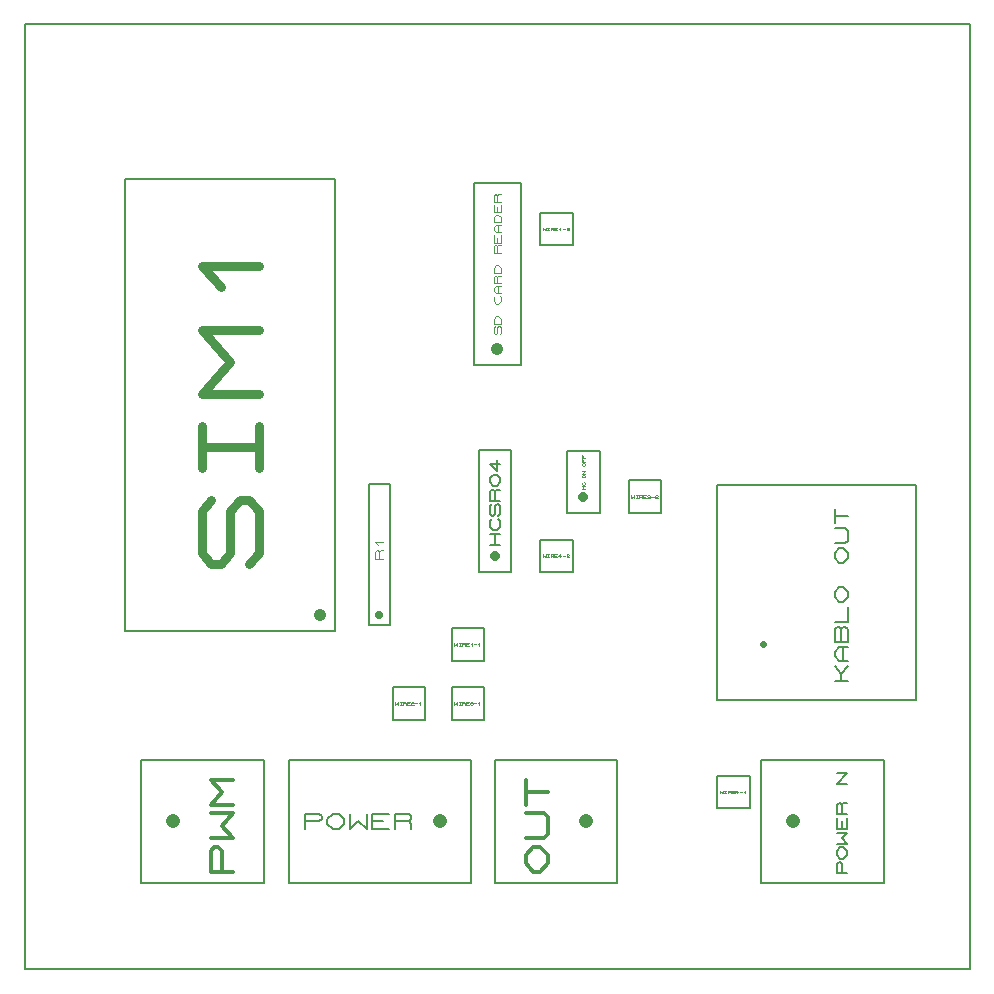
<source format=gbr>
G04 PROTEUS GERBER X2 FILE*
%TF.GenerationSoftware,Labcenter,Proteus,8.10-SP3-Build29560*%
%TF.CreationDate,2022-03-23T18:48:53+00:00*%
%TF.FileFunction,AssemblyDrawing,Top*%
%TF.FilePolarity,Positive*%
%TF.Part,Single*%
%TF.SameCoordinates,{eb7d761e-84b3-45e6-87e7-5047ee7461e7}*%
%FSLAX45Y45*%
%MOMM*%
G01*
%TA.AperFunction,Profile*%
%ADD16C,0.203200*%
%TA.AperFunction,Material*%
%ADD20C,0.203200*%
%ADD28C,1.016000*%
%ADD29C,0.801370*%
%ADD72C,0.095430*%
%ADD73C,0.711200*%
%ADD30C,0.110230*%
%ADD31C,0.812800*%
%ADD32C,0.139700*%
%ADD33C,1.219200*%
%ADD34C,0.139330*%
%ADD35C,0.314280*%
%ADD36C,0.210740*%
%ADD37C,0.036680*%
%ADD38C,0.558800*%
%ADD39C,0.185490*%
%ADD40C,0.036280*%
%TD.AperFunction*%
D16*
X-12750000Y+3250000D02*
X-4750000Y+3250000D01*
X-4750000Y+11250000D01*
X-12750000Y+11250000D01*
X-12750000Y+3250000D01*
D20*
X-11901000Y+6112840D02*
X-10123000Y+6112840D01*
X-10123000Y+9943160D01*
X-11901000Y+9943160D01*
X-11901000Y+6112840D01*
D28*
X-10250000Y+6250000D02*
X-10250000Y+6250000D01*
D29*
X-10851726Y+6679514D02*
X-10771589Y+6769668D01*
X-10771589Y+7130284D01*
X-10851726Y+7220438D01*
X-10931863Y+7220438D01*
X-11012000Y+7130284D01*
X-11012000Y+6769668D01*
X-11092137Y+6679514D01*
X-11172274Y+6679514D01*
X-11252411Y+6769668D01*
X-11252411Y+7130284D01*
X-11172274Y+7220438D01*
X-11252411Y+7490901D02*
X-11252411Y+7851517D01*
X-11252411Y+7671209D02*
X-10771589Y+7671209D01*
X-10771589Y+7490901D02*
X-10771589Y+7851517D01*
X-10771589Y+8121980D02*
X-11252411Y+8121980D01*
X-11012000Y+8392442D01*
X-11252411Y+8662904D01*
X-10771589Y+8662904D01*
X-11092137Y+9023521D02*
X-11252411Y+9203829D01*
X-10771589Y+9203829D01*
D20*
X-8950660Y+8362840D02*
X-8549340Y+8362840D01*
X-8549340Y+9907160D01*
X-8950660Y+9907160D01*
X-8950660Y+8362840D01*
D28*
X-8750000Y+8500000D02*
X-8750000Y+8500000D01*
D72*
X-8730914Y+8627771D02*
X-8721371Y+8638506D01*
X-8721371Y+8681450D01*
X-8730914Y+8692186D01*
X-8740457Y+8692186D01*
X-8750000Y+8681450D01*
X-8750000Y+8638506D01*
X-8759543Y+8627771D01*
X-8769086Y+8627771D01*
X-8778629Y+8638506D01*
X-8778629Y+8681450D01*
X-8769086Y+8692186D01*
X-8721371Y+8713658D02*
X-8778629Y+8713658D01*
X-8778629Y+8756601D01*
X-8759543Y+8778073D01*
X-8740457Y+8778073D01*
X-8721371Y+8756601D01*
X-8721371Y+8713658D01*
X-8730914Y+8949847D02*
X-8721371Y+8939111D01*
X-8721371Y+8906903D01*
X-8740457Y+8885432D01*
X-8759543Y+8885432D01*
X-8778629Y+8906903D01*
X-8778629Y+8939111D01*
X-8769086Y+8949847D01*
X-8721371Y+8971319D02*
X-8759543Y+8971319D01*
X-8778629Y+8992790D01*
X-8778629Y+9014262D01*
X-8759543Y+9035734D01*
X-8721371Y+9035734D01*
X-8740457Y+8971319D02*
X-8740457Y+9035734D01*
X-8721371Y+9057206D02*
X-8778629Y+9057206D01*
X-8778629Y+9110885D01*
X-8769086Y+9121621D01*
X-8759543Y+9121621D01*
X-8750000Y+9110885D01*
X-8750000Y+9057206D01*
X-8750000Y+9110885D02*
X-8740457Y+9121621D01*
X-8721371Y+9121621D01*
X-8721371Y+9143093D02*
X-8778629Y+9143093D01*
X-8778629Y+9186036D01*
X-8759543Y+9207508D01*
X-8740457Y+9207508D01*
X-8721371Y+9186036D01*
X-8721371Y+9143093D01*
X-8721371Y+9314867D02*
X-8778629Y+9314867D01*
X-8778629Y+9368546D01*
X-8769086Y+9379282D01*
X-8759543Y+9379282D01*
X-8750000Y+9368546D01*
X-8750000Y+9314867D01*
X-8750000Y+9368546D02*
X-8740457Y+9379282D01*
X-8721371Y+9379282D01*
X-8721371Y+9465169D02*
X-8721371Y+9400754D01*
X-8778629Y+9400754D01*
X-8778629Y+9465169D01*
X-8750000Y+9400754D02*
X-8750000Y+9443697D01*
X-8721371Y+9486641D02*
X-8759543Y+9486641D01*
X-8778629Y+9508112D01*
X-8778629Y+9529584D01*
X-8759543Y+9551056D01*
X-8721371Y+9551056D01*
X-8740457Y+9486641D02*
X-8740457Y+9551056D01*
X-8721371Y+9572528D02*
X-8778629Y+9572528D01*
X-8778629Y+9615471D01*
X-8759543Y+9636943D01*
X-8740457Y+9636943D01*
X-8721371Y+9615471D01*
X-8721371Y+9572528D01*
X-8721371Y+9722830D02*
X-8721371Y+9658415D01*
X-8778629Y+9658415D01*
X-8778629Y+9722830D01*
X-8750000Y+9658415D02*
X-8750000Y+9701358D01*
X-8721371Y+9744302D02*
X-8778629Y+9744302D01*
X-8778629Y+9797981D01*
X-8769086Y+9808717D01*
X-8759543Y+9808717D01*
X-8750000Y+9797981D01*
X-8750000Y+9744302D01*
X-8750000Y+9797981D02*
X-8740457Y+9808717D01*
X-8721371Y+9808717D01*
D20*
X-9838900Y+6161100D02*
X-9661100Y+6161100D01*
X-9661100Y+7354900D01*
X-9838900Y+7354900D01*
X-9838900Y+6161100D01*
D73*
X-9750000Y+6250000D02*
X-9750000Y+6250000D01*
D30*
X-9716929Y+6721018D02*
X-9783070Y+6721018D01*
X-9783070Y+6783025D01*
X-9772047Y+6795427D01*
X-9761023Y+6795427D01*
X-9750000Y+6783025D01*
X-9750000Y+6721018D01*
X-9750000Y+6783025D02*
X-9738976Y+6795427D01*
X-9716929Y+6795427D01*
X-9761023Y+6845033D02*
X-9783070Y+6869836D01*
X-9716929Y+6869836D01*
D20*
X-8908160Y+6608840D02*
X-8633840Y+6608840D01*
X-8633840Y+7645160D01*
X-8908160Y+7645160D01*
X-8908160Y+6608840D01*
D31*
X-8771000Y+6746000D02*
X-8771000Y+6746000D01*
D32*
X-8729090Y+6838710D02*
X-8812910Y+6838710D01*
X-8812910Y+6933007D02*
X-8729090Y+6933007D01*
X-8771000Y+6838710D02*
X-8771000Y+6933007D01*
X-8743060Y+7058737D02*
X-8729090Y+7043021D01*
X-8729090Y+6995872D01*
X-8757030Y+6964440D01*
X-8784970Y+6964440D01*
X-8812910Y+6995872D01*
X-8812910Y+7043021D01*
X-8798940Y+7058737D01*
X-8743060Y+7090170D02*
X-8729090Y+7105886D01*
X-8729090Y+7168751D01*
X-8743060Y+7184467D01*
X-8757030Y+7184467D01*
X-8771000Y+7168751D01*
X-8771000Y+7105886D01*
X-8784970Y+7090170D01*
X-8798940Y+7090170D01*
X-8812910Y+7105886D01*
X-8812910Y+7168751D01*
X-8798940Y+7184467D01*
X-8729090Y+7215900D02*
X-8812910Y+7215900D01*
X-8812910Y+7294481D01*
X-8798940Y+7310197D01*
X-8784970Y+7310197D01*
X-8771000Y+7294481D01*
X-8771000Y+7215900D01*
X-8771000Y+7294481D02*
X-8757030Y+7310197D01*
X-8729090Y+7310197D01*
X-8784970Y+7341630D02*
X-8812910Y+7373062D01*
X-8812910Y+7404495D01*
X-8784970Y+7435927D01*
X-8757030Y+7435927D01*
X-8729090Y+7404495D01*
X-8729090Y+7373062D01*
X-8757030Y+7341630D01*
X-8784970Y+7341630D01*
X-8757030Y+7561657D02*
X-8757030Y+7467360D01*
X-8812910Y+7530225D01*
X-8729090Y+7530225D01*
D20*
X-6514160Y+3981840D02*
X-5477840Y+3981840D01*
X-5477840Y+5018160D01*
X-6514160Y+5018160D01*
X-6514160Y+3981840D01*
D33*
X-6250000Y+4500000D02*
X-6250000Y+4500000D01*
D34*
X-5791639Y+4061090D02*
X-5875241Y+4061090D01*
X-5875241Y+4139466D01*
X-5861307Y+4155142D01*
X-5847374Y+4155142D01*
X-5833440Y+4139466D01*
X-5833440Y+4061090D01*
X-5847374Y+4186493D02*
X-5875241Y+4217843D01*
X-5875241Y+4249194D01*
X-5847374Y+4280545D01*
X-5819506Y+4280545D01*
X-5791639Y+4249194D01*
X-5791639Y+4217843D01*
X-5819506Y+4186493D01*
X-5847374Y+4186493D01*
X-5875241Y+4311896D02*
X-5791639Y+4311896D01*
X-5833440Y+4358922D01*
X-5791639Y+4405948D01*
X-5875241Y+4405948D01*
X-5791639Y+4531351D02*
X-5791639Y+4437299D01*
X-5875241Y+4437299D01*
X-5875241Y+4531351D01*
X-5833440Y+4437299D02*
X-5833440Y+4500000D01*
X-5791639Y+4562702D02*
X-5875241Y+4562702D01*
X-5875241Y+4641078D01*
X-5861307Y+4656754D01*
X-5847374Y+4656754D01*
X-5833440Y+4641078D01*
X-5833440Y+4562702D01*
X-5833440Y+4641078D02*
X-5819506Y+4656754D01*
X-5791639Y+4656754D01*
X-5791639Y+4813508D02*
X-5875241Y+4813508D01*
X-5791639Y+4907560D01*
X-5875241Y+4907560D01*
D20*
X-11764160Y+3981840D02*
X-10727840Y+3981840D01*
X-10727840Y+5018160D01*
X-11764160Y+5018160D01*
X-11764160Y+3981840D01*
D33*
X-11500000Y+4500000D02*
X-11500000Y+4500000D01*
D35*
X-10989155Y+4075721D02*
X-11177724Y+4075721D01*
X-11177724Y+4252504D01*
X-11146296Y+4287860D01*
X-11114868Y+4287860D01*
X-11083440Y+4252504D01*
X-11083440Y+4075721D01*
X-11177724Y+4358574D02*
X-10989155Y+4358574D01*
X-11083440Y+4464643D01*
X-10989155Y+4570713D01*
X-11177724Y+4570713D01*
X-10989155Y+4641427D02*
X-11177724Y+4641427D01*
X-11083440Y+4747496D01*
X-11177724Y+4853566D01*
X-10989155Y+4853566D01*
D20*
X-8772160Y+3981840D02*
X-7735840Y+3981840D01*
X-7735840Y+5018160D01*
X-8772160Y+5018160D01*
X-8772160Y+3981840D01*
D33*
X-8000000Y+4500000D02*
X-8000000Y+4500000D01*
D35*
X-8447988Y+4075721D02*
X-8510844Y+4146434D01*
X-8510844Y+4217147D01*
X-8447988Y+4287860D01*
X-8385131Y+4287860D01*
X-8322275Y+4217147D01*
X-8322275Y+4146434D01*
X-8385131Y+4075721D01*
X-8447988Y+4075721D01*
X-8510844Y+4358574D02*
X-8353703Y+4358574D01*
X-8322275Y+4393930D01*
X-8322275Y+4535357D01*
X-8353703Y+4570713D01*
X-8510844Y+4570713D01*
X-8510844Y+4641427D02*
X-8510844Y+4853566D01*
X-8510844Y+4747496D02*
X-8322275Y+4747496D01*
D20*
X-10514160Y+3981840D02*
X-8969840Y+3981840D01*
X-8969840Y+5018160D01*
X-10514160Y+5018160D01*
X-10514160Y+3981840D01*
D33*
X-9234000Y+4500000D02*
X-9234000Y+4500000D01*
D36*
X-10378740Y+4436776D02*
X-10378740Y+4563224D01*
X-10260195Y+4563224D01*
X-10236486Y+4542149D01*
X-10236486Y+4521075D01*
X-10260195Y+4500000D01*
X-10378740Y+4500000D01*
X-10189068Y+4521075D02*
X-10141650Y+4563224D01*
X-10094232Y+4563224D01*
X-10046814Y+4521075D01*
X-10046814Y+4478925D01*
X-10094232Y+4436776D01*
X-10141650Y+4436776D01*
X-10189068Y+4478925D01*
X-10189068Y+4521075D01*
X-9999396Y+4563224D02*
X-9999396Y+4436776D01*
X-9928269Y+4500000D01*
X-9857142Y+4436776D01*
X-9857142Y+4563224D01*
X-9667470Y+4436776D02*
X-9809724Y+4436776D01*
X-9809724Y+4563224D01*
X-9667470Y+4563224D01*
X-9809724Y+4500000D02*
X-9714888Y+4500000D01*
X-9620052Y+4436776D02*
X-9620052Y+4563224D01*
X-9501507Y+4563224D01*
X-9477798Y+4542149D01*
X-9477798Y+4521075D01*
X-9501507Y+4500000D01*
X-9620052Y+4500000D01*
X-9501507Y+4500000D02*
X-9477798Y+4478925D01*
X-9477798Y+4436776D01*
D20*
X-8158160Y+7108840D02*
X-7883840Y+7108840D01*
X-7883840Y+7637160D01*
X-8158160Y+7637160D01*
X-8158160Y+7108840D01*
D31*
X-8021000Y+7246000D02*
X-8021000Y+7246000D01*
D37*
X-8009993Y+7313315D02*
X-8032006Y+7313315D01*
X-8032006Y+7338079D02*
X-8009993Y+7338079D01*
X-8021000Y+7313315D02*
X-8021000Y+7338079D01*
X-8013662Y+7371098D02*
X-8009993Y+7366970D01*
X-8009993Y+7354588D01*
X-8017331Y+7346334D01*
X-8024668Y+7346334D01*
X-8032006Y+7354588D01*
X-8032006Y+7366970D01*
X-8028337Y+7371098D01*
X-8024668Y+7412372D02*
X-8032006Y+7420626D01*
X-8032006Y+7428881D01*
X-8024668Y+7437136D01*
X-8017331Y+7437136D01*
X-8009993Y+7428881D01*
X-8009993Y+7420626D01*
X-8017331Y+7412372D01*
X-8024668Y+7412372D01*
X-8009993Y+7445391D02*
X-8032006Y+7445391D01*
X-8009993Y+7470155D01*
X-8032006Y+7470155D01*
X-8024668Y+7511429D02*
X-8032006Y+7519683D01*
X-8032006Y+7527938D01*
X-8024668Y+7536193D01*
X-8017331Y+7536193D01*
X-8009993Y+7527938D01*
X-8009993Y+7519683D01*
X-8017331Y+7511429D01*
X-8024668Y+7511429D01*
X-8009993Y+7544448D02*
X-8032006Y+7544448D01*
X-8032006Y+7569212D01*
X-8021000Y+7544448D02*
X-8021000Y+7560957D01*
X-8009993Y+7577467D02*
X-8032006Y+7577467D01*
X-8032006Y+7602231D01*
X-8021000Y+7577467D02*
X-8021000Y+7593976D01*
D20*
X-6893700Y+5527560D02*
X-5207140Y+5527560D01*
X-5207140Y+7351280D01*
X-6893700Y+7351280D01*
X-6893700Y+5527560D01*
D38*
X-6500000Y+6000000D02*
X-6500000Y+6000000D01*
D39*
X-5895249Y+5688159D02*
X-5783951Y+5688159D01*
X-5895249Y+5813369D02*
X-5839600Y+5750764D01*
X-5783951Y+5813369D01*
X-5839600Y+5688159D02*
X-5839600Y+5750764D01*
X-5783951Y+5855106D02*
X-5858150Y+5855106D01*
X-5895249Y+5896842D01*
X-5895249Y+5938579D01*
X-5858150Y+5980316D01*
X-5783951Y+5980316D01*
X-5821050Y+5855106D02*
X-5821050Y+5980316D01*
X-5783951Y+6022053D02*
X-5895249Y+6022053D01*
X-5895249Y+6126394D01*
X-5876699Y+6147263D01*
X-5858150Y+6147263D01*
X-5839600Y+6126394D01*
X-5821050Y+6147263D01*
X-5802501Y+6147263D01*
X-5783951Y+6126394D01*
X-5783951Y+6022053D01*
X-5839600Y+6022053D02*
X-5839600Y+6126394D01*
X-5895249Y+6189000D02*
X-5783951Y+6189000D01*
X-5783951Y+6314210D01*
X-5858150Y+6355947D02*
X-5895249Y+6397683D01*
X-5895249Y+6439420D01*
X-5858150Y+6481157D01*
X-5821050Y+6481157D01*
X-5783951Y+6439420D01*
X-5783951Y+6397683D01*
X-5821050Y+6355947D01*
X-5858150Y+6355947D01*
X-5858150Y+6689841D02*
X-5895249Y+6731577D01*
X-5895249Y+6773314D01*
X-5858150Y+6815051D01*
X-5821050Y+6815051D01*
X-5783951Y+6773314D01*
X-5783951Y+6731577D01*
X-5821050Y+6689841D01*
X-5858150Y+6689841D01*
X-5895249Y+6856788D02*
X-5802501Y+6856788D01*
X-5783951Y+6877656D01*
X-5783951Y+6961129D01*
X-5802501Y+6981998D01*
X-5895249Y+6981998D01*
X-5895249Y+7023735D02*
X-5895249Y+7148945D01*
X-5895249Y+7086340D02*
X-5783951Y+7086340D01*
D20*
X-9637160Y+5362840D02*
X-9362840Y+5362840D01*
X-9362840Y+5637160D01*
X-9637160Y+5637160D01*
X-9637160Y+5362840D01*
D40*
X-9614296Y+5510886D02*
X-9614296Y+5489115D01*
X-9602050Y+5500000D01*
X-9589804Y+5489115D01*
X-9589804Y+5510886D01*
X-9577558Y+5510886D02*
X-9561230Y+5510886D01*
X-9569394Y+5510886D02*
X-9569394Y+5489115D01*
X-9577558Y+5489115D02*
X-9561230Y+5489115D01*
X-9548984Y+5489115D02*
X-9548984Y+5510886D01*
X-9528574Y+5510886D01*
X-9524492Y+5507257D01*
X-9524492Y+5503629D01*
X-9528574Y+5500000D01*
X-9548984Y+5500000D01*
X-9528574Y+5500000D02*
X-9524492Y+5496372D01*
X-9524492Y+5489115D01*
X-9491836Y+5489115D02*
X-9516328Y+5489115D01*
X-9516328Y+5510886D01*
X-9491836Y+5510886D01*
X-9516328Y+5500000D02*
X-9500000Y+5500000D01*
X-9479590Y+5507257D02*
X-9475508Y+5510886D01*
X-9463262Y+5510886D01*
X-9459180Y+5507257D01*
X-9459180Y+5503629D01*
X-9463262Y+5500000D01*
X-9475508Y+5500000D01*
X-9479590Y+5496372D01*
X-9479590Y+5489115D01*
X-9459180Y+5489115D01*
X-9446934Y+5500000D02*
X-9426524Y+5500000D01*
X-9410196Y+5503629D02*
X-9402032Y+5510886D01*
X-9402032Y+5489115D01*
D20*
X-8387160Y+9378840D02*
X-8112840Y+9378840D01*
X-8112840Y+9653160D01*
X-8387160Y+9653160D01*
X-8387160Y+9378840D01*
D40*
X-8364296Y+9526886D02*
X-8364296Y+9505115D01*
X-8352050Y+9516000D01*
X-8339804Y+9505115D01*
X-8339804Y+9526886D01*
X-8327558Y+9526886D02*
X-8311230Y+9526886D01*
X-8319394Y+9526886D02*
X-8319394Y+9505115D01*
X-8327558Y+9505115D02*
X-8311230Y+9505115D01*
X-8298984Y+9505115D02*
X-8298984Y+9526886D01*
X-8278574Y+9526886D01*
X-8274492Y+9523257D01*
X-8274492Y+9519629D01*
X-8278574Y+9516000D01*
X-8298984Y+9516000D01*
X-8278574Y+9516000D02*
X-8274492Y+9512372D01*
X-8274492Y+9505115D01*
X-8241836Y+9505115D02*
X-8266328Y+9505115D01*
X-8266328Y+9526886D01*
X-8241836Y+9526886D01*
X-8266328Y+9516000D02*
X-8250000Y+9516000D01*
X-8225508Y+9519629D02*
X-8217344Y+9526886D01*
X-8217344Y+9505115D01*
X-8196934Y+9516000D02*
X-8176524Y+9516000D01*
X-8164278Y+9523257D02*
X-8160196Y+9526886D01*
X-8147950Y+9526886D01*
X-8143868Y+9523257D01*
X-8143868Y+9519629D01*
X-8147950Y+9516000D01*
X-8160196Y+9516000D01*
X-8164278Y+9512372D01*
X-8164278Y+9505115D01*
X-8143868Y+9505115D01*
D20*
X-9137160Y+5362840D02*
X-8862840Y+5362840D01*
X-8862840Y+5637160D01*
X-9137160Y+5637160D01*
X-9137160Y+5362840D01*
D40*
X-9114296Y+5510886D02*
X-9114296Y+5489115D01*
X-9102050Y+5500000D01*
X-9089804Y+5489115D01*
X-9089804Y+5510886D01*
X-9077558Y+5510886D02*
X-9061230Y+5510886D01*
X-9069394Y+5510886D02*
X-9069394Y+5489115D01*
X-9077558Y+5489115D02*
X-9061230Y+5489115D01*
X-9048984Y+5489115D02*
X-9048984Y+5510886D01*
X-9028574Y+5510886D01*
X-9024492Y+5507257D01*
X-9024492Y+5503629D01*
X-9028574Y+5500000D01*
X-9048984Y+5500000D01*
X-9028574Y+5500000D02*
X-9024492Y+5496372D01*
X-9024492Y+5489115D01*
X-8991836Y+5489115D02*
X-9016328Y+5489115D01*
X-9016328Y+5510886D01*
X-8991836Y+5510886D01*
X-9016328Y+5500000D02*
X-9000000Y+5500000D01*
X-8979590Y+5507257D02*
X-8975508Y+5510886D01*
X-8963262Y+5510886D01*
X-8959180Y+5507257D01*
X-8959180Y+5503629D01*
X-8963262Y+5500000D01*
X-8959180Y+5496372D01*
X-8959180Y+5492743D01*
X-8963262Y+5489115D01*
X-8975508Y+5489115D01*
X-8979590Y+5492743D01*
X-8971426Y+5500000D02*
X-8963262Y+5500000D01*
X-8946934Y+5500000D02*
X-8926524Y+5500000D01*
X-8910196Y+5503629D02*
X-8902032Y+5510886D01*
X-8902032Y+5489115D01*
D20*
X-9137160Y+5862840D02*
X-8862840Y+5862840D01*
X-8862840Y+6137160D01*
X-9137160Y+6137160D01*
X-9137160Y+5862840D01*
D40*
X-9114296Y+6010886D02*
X-9114296Y+5989115D01*
X-9102050Y+6000000D01*
X-9089804Y+5989115D01*
X-9089804Y+6010886D01*
X-9077558Y+6010886D02*
X-9061230Y+6010886D01*
X-9069394Y+6010886D02*
X-9069394Y+5989115D01*
X-9077558Y+5989115D02*
X-9061230Y+5989115D01*
X-9048984Y+5989115D02*
X-9048984Y+6010886D01*
X-9028574Y+6010886D01*
X-9024492Y+6007257D01*
X-9024492Y+6003629D01*
X-9028574Y+6000000D01*
X-9048984Y+6000000D01*
X-9028574Y+6000000D02*
X-9024492Y+5996372D01*
X-9024492Y+5989115D01*
X-8991836Y+5989115D02*
X-9016328Y+5989115D01*
X-9016328Y+6010886D01*
X-8991836Y+6010886D01*
X-9016328Y+6000000D02*
X-9000000Y+6000000D01*
X-8975508Y+6003629D02*
X-8967344Y+6010886D01*
X-8967344Y+5989115D01*
X-8946934Y+6000000D02*
X-8926524Y+6000000D01*
X-8910196Y+6003629D02*
X-8902032Y+6010886D01*
X-8902032Y+5989115D01*
D20*
X-7637160Y+7112840D02*
X-7362840Y+7112840D01*
X-7362840Y+7387160D01*
X-7637160Y+7387160D01*
X-7637160Y+7112840D01*
D40*
X-7614296Y+7260886D02*
X-7614296Y+7239115D01*
X-7602050Y+7250000D01*
X-7589804Y+7239115D01*
X-7589804Y+7260886D01*
X-7577558Y+7260886D02*
X-7561230Y+7260886D01*
X-7569394Y+7260886D02*
X-7569394Y+7239115D01*
X-7577558Y+7239115D02*
X-7561230Y+7239115D01*
X-7548984Y+7239115D02*
X-7548984Y+7260886D01*
X-7528574Y+7260886D01*
X-7524492Y+7257257D01*
X-7524492Y+7253629D01*
X-7528574Y+7250000D01*
X-7548984Y+7250000D01*
X-7528574Y+7250000D02*
X-7524492Y+7246372D01*
X-7524492Y+7239115D01*
X-7491836Y+7239115D02*
X-7516328Y+7239115D01*
X-7516328Y+7260886D01*
X-7491836Y+7260886D01*
X-7516328Y+7250000D02*
X-7500000Y+7250000D01*
X-7479590Y+7257257D02*
X-7475508Y+7260886D01*
X-7463262Y+7260886D01*
X-7459180Y+7257257D01*
X-7459180Y+7253629D01*
X-7463262Y+7250000D01*
X-7459180Y+7246372D01*
X-7459180Y+7242743D01*
X-7463262Y+7239115D01*
X-7475508Y+7239115D01*
X-7479590Y+7242743D01*
X-7471426Y+7250000D02*
X-7463262Y+7250000D01*
X-7446934Y+7250000D02*
X-7426524Y+7250000D01*
X-7414278Y+7257257D02*
X-7410196Y+7260886D01*
X-7397950Y+7260886D01*
X-7393868Y+7257257D01*
X-7393868Y+7253629D01*
X-7397950Y+7250000D01*
X-7410196Y+7250000D01*
X-7414278Y+7246372D01*
X-7414278Y+7239115D01*
X-7393868Y+7239115D01*
D20*
X-6887160Y+4612840D02*
X-6612840Y+4612840D01*
X-6612840Y+4887160D01*
X-6887160Y+4887160D01*
X-6887160Y+4612840D01*
D40*
X-6864296Y+4760886D02*
X-6864296Y+4739115D01*
X-6852050Y+4750000D01*
X-6839804Y+4739115D01*
X-6839804Y+4760886D01*
X-6827558Y+4760886D02*
X-6811230Y+4760886D01*
X-6819394Y+4760886D02*
X-6819394Y+4739115D01*
X-6827558Y+4739115D02*
X-6811230Y+4739115D01*
X-6798984Y+4739115D02*
X-6798984Y+4760886D01*
X-6778574Y+4760886D01*
X-6774492Y+4757257D01*
X-6774492Y+4753629D01*
X-6778574Y+4750000D01*
X-6798984Y+4750000D01*
X-6778574Y+4750000D02*
X-6774492Y+4746372D01*
X-6774492Y+4739115D01*
X-6741836Y+4739115D02*
X-6766328Y+4739115D01*
X-6766328Y+4760886D01*
X-6741836Y+4760886D01*
X-6766328Y+4750000D02*
X-6750000Y+4750000D01*
X-6709180Y+4746372D02*
X-6733672Y+4746372D01*
X-6717344Y+4760886D01*
X-6717344Y+4739115D01*
X-6696934Y+4750000D02*
X-6676524Y+4750000D01*
X-6660196Y+4753629D02*
X-6652032Y+4760886D01*
X-6652032Y+4739115D01*
D20*
X-8387160Y+6612840D02*
X-8112840Y+6612840D01*
X-8112840Y+6887160D01*
X-8387160Y+6887160D01*
X-8387160Y+6612840D01*
D40*
X-8364296Y+6760886D02*
X-8364296Y+6739115D01*
X-8352050Y+6750000D01*
X-8339804Y+6739115D01*
X-8339804Y+6760886D01*
X-8327558Y+6760886D02*
X-8311230Y+6760886D01*
X-8319394Y+6760886D02*
X-8319394Y+6739115D01*
X-8327558Y+6739115D02*
X-8311230Y+6739115D01*
X-8298984Y+6739115D02*
X-8298984Y+6760886D01*
X-8278574Y+6760886D01*
X-8274492Y+6757257D01*
X-8274492Y+6753629D01*
X-8278574Y+6750000D01*
X-8298984Y+6750000D01*
X-8278574Y+6750000D02*
X-8274492Y+6746372D01*
X-8274492Y+6739115D01*
X-8241836Y+6739115D02*
X-8266328Y+6739115D01*
X-8266328Y+6760886D01*
X-8241836Y+6760886D01*
X-8266328Y+6750000D02*
X-8250000Y+6750000D01*
X-8209180Y+6746372D02*
X-8233672Y+6746372D01*
X-8217344Y+6760886D01*
X-8217344Y+6739115D01*
X-8196934Y+6750000D02*
X-8176524Y+6750000D01*
X-8164278Y+6757257D02*
X-8160196Y+6760886D01*
X-8147950Y+6760886D01*
X-8143868Y+6757257D01*
X-8143868Y+6753629D01*
X-8147950Y+6750000D01*
X-8160196Y+6750000D01*
X-8164278Y+6746372D01*
X-8164278Y+6739115D01*
X-8143868Y+6739115D01*
M02*

</source>
